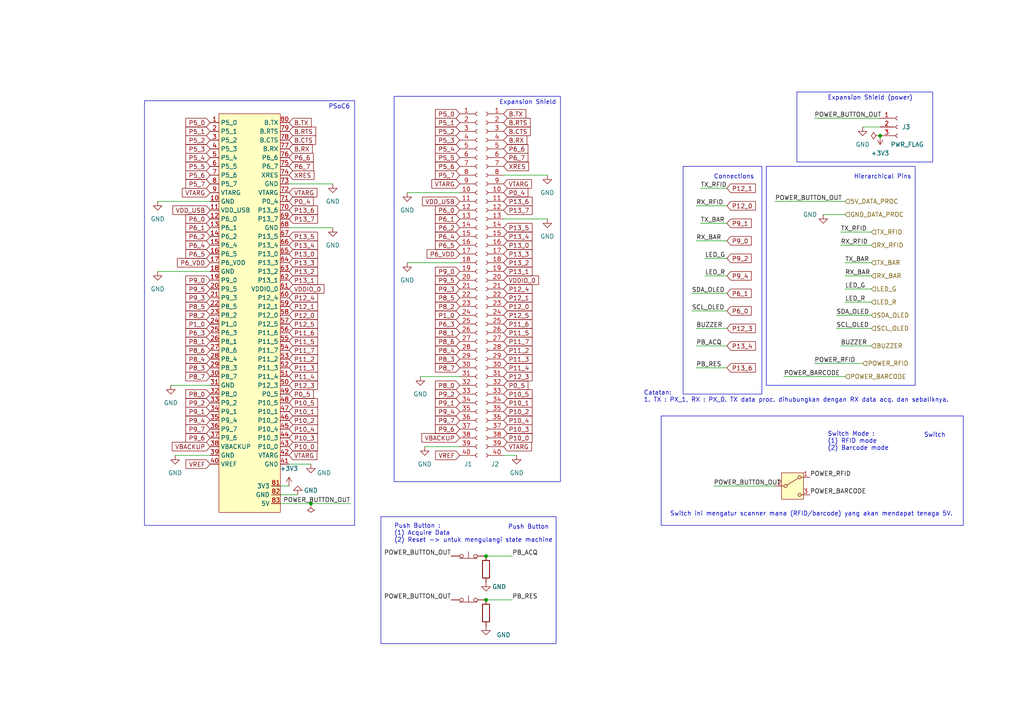
<source format=kicad_sch>
(kicad_sch (version 20230121) (generator eeschema)
  (paper "A4")
  (title_block (title "PSoC (Processing Unit)") (date "2024-02-28") (rev "1.4") (company "Institut Teknologi Bandung") (comment 1 "Bostang Palaguna") (comment 2 "Designed By:"))
  (lib_symbols
    (symbol "Connector:Conn_01x03_Socket" (pin_names (offset 1.016) hide)
      (property "Reference" "J" (at 0 5.08 0))
      (property "Value" "Conn_01x03_Socket" (at 0 -5.08 0))
      (symbol "Conn_01x03_Socket_1_1"
        (arc (start 0 -2.032) (mid -0.5058 -2.54) (end 0 -3.048) (stroke (width 0.1524)))
        (polyline (pts (xy -1.27 -2.54) (xy -0.508 -2.54)) (stroke (width 0.1524)))
        (polyline (pts (xy -1.27 0) (xy -0.508 0)) (stroke (width 0.1524)))
        (polyline (pts (xy -1.27 2.54) (xy -0.508 2.54)) (stroke (width 0.1524)))
        (arc (start 0 0.508) (mid -0.5058 0) (end 0 -0.508) (stroke (width 0.1524)))
        (arc (start 0 3.048) (mid -0.5058 2.54) (end 0 2.032) (stroke (width 0.1524)))
        (pin passive line (at -5.08 2.54 0) (length 3.81) (name "Pin_1") (number "1"))
        (pin passive line (at -5.08 0 0) (length 3.81) (name "Pin_2") (number "2"))
        (pin passive line (at -5.08 -2.54 0) (length 3.81) (name "Pin_3") (number "3"))
      )
    )
    (symbol "Connector:Conn_01x40_Socket" (pin_names (offset 1.016) hide)
      (property "Reference" "J" (at 0 50.8 0))
      (property "Value" "Conn_01x40_Socket" (at 0 -53.34 0))
      (symbol "Conn_01x40_Socket_1_1"
        (arc (start 0 -50.292) (mid -0.5058 -50.8) (end 0 -51.308) (stroke (width 0.1524)))
        (arc (start 0 -47.752) (mid -0.5058 -48.26) (end 0 -48.768) (stroke (width 0.1524)))
        (arc (start 0 -45.212) (mid -0.5058 -45.72) (end 0 -46.228) (stroke (width 0.1524)))
        (arc (start 0 -42.672) (mid -0.5058 -43.18) (end 0 -43.688) (stroke (width 0.1524)))
        (arc (start 0 -40.132) (mid -0.5058 -40.64) (end 0 -41.148) (stroke (width 0.1524)))
        (arc (start 0 -37.592) (mid -0.5058 -38.1) (end 0 -38.608) (stroke (width 0.1524)))
        (arc (start 0 -35.052) (mid -0.5058 -35.56) (end 0 -36.068) (stroke (width 0.1524)))
        (arc (start 0 -32.512) (mid -0.5058 -33.02) (end 0 -33.528) (stroke (width 0.1524)))
        (arc (start 0 -29.972) (mid -0.5058 -30.48) (end 0 -30.988) (stroke (width 0.1524)))
        (arc (start 0 -27.432) (mid -0.5058 -27.94) (end 0 -28.448) (stroke (width 0.1524)))
        (arc (start 0 -24.892) (mid -0.5058 -25.4) (end 0 -25.908) (stroke (width 0.1524)))
        (arc (start 0 -22.352) (mid -0.5058 -22.86) (end 0 -23.368) (stroke (width 0.1524)))
        (arc (start 0 -19.812) (mid -0.5058 -20.32) (end 0 -20.828) (stroke (width 0.1524)))
        (arc (start 0 -17.272) (mid -0.5058 -17.78) (end 0 -18.288) (stroke (width 0.1524)))
        (arc (start 0 -14.732) (mid -0.5058 -15.24) (end 0 -15.748) (stroke (width 0.1524)))
        (arc (start 0 -12.192) (mid -0.5058 -12.7) (end 0 -13.208) (stroke (width 0.1524)))
        (arc (start 0 -9.652) (mid -0.5058 -10.16) (end 0 -10.668) (stroke (width 0.1524)))
        (arc (start 0 -7.112) (mid -0.5058 -7.62) (end 0 -8.128) (stroke (width 0.1524)))
        (arc (start 0 -4.572) (mid -0.5058 -5.08) (end 0 -5.588) (stroke (width 0.1524)))
        (arc (start 0 -2.032) (mid -0.5058 -2.54) (end 0 -3.048) (stroke (width 0.1524)))
        (polyline (pts (xy -1.27 -50.8) (xy -0.508 -50.8)) (stroke (width 0.1524)))
        (polyline (pts (xy -1.27 -48.26) (xy -0.508 -48.26)) (stroke (width 0.1524)))
        (polyline (pts (xy -1.27 -45.72) (xy -0.508 -45.72)) (stroke (width 0.1524)))
        (polyline (pts (xy -1.27 -43.18) (xy -0.508 -43.18)) (stroke (width 0.1524)))
        (polyline (pts (xy -1.27 -40.64) (xy -0.508 -40.64)) (stroke (width 0.1524)))
        (polyline (pts (xy -1.27 -38.1) (xy -0.508 -38.1)) (stroke (width 0.1524)))
        (polyline (pts (xy -1.27 -35.56) (xy -0.508 -35.56)) (stroke (width 0.1524)))
        (polyline (pts (xy -1.27 -33.02) (xy -0.508 -33.02)) (stroke (width 0.1524)))
        (polyline (pts (xy -1.27 -30.48) (xy -0.508 -30.48)) (stroke (width 0.1524)))
        (polyline (pts (xy -1.27 -27.94) (xy -0.508 -27.94)) (stroke (width 0.1524)))
        (polyline (pts (xy -1.27 -25.4) (xy -0.508 -25.4)) (stroke (width 0.1524)))
        (polyline (pts (xy -1.27 -22.86) (xy -0.508 -22.86)) (stroke (width 0.1524)))
        (polyline (pts (xy -1.27 -20.32) (xy -0.508 -20.32)) (stroke (width 0.1524)))
        (polyline (pts (xy -1.27 -17.78) (xy -0.508 -17.78)) (stroke (width 0.1524)))
        (polyline (pts (xy -1.27 -15.24) (xy -0.508 -15.24)) (stroke (width 0.1524)))
        (polyline (pts (xy -1.27 -12.7) (xy -0.508 -12.7)) (stroke (width 0.1524)))
        (polyline (pts (xy -1.27 -10.16) (xy -0.508 -10.16)) (stroke (width 0.1524)))
        (polyline (pts (xy -1.27 -7.62) (xy -0.508 -7.62)) (stroke (width 0.1524)))
        (polyline (pts (xy -1.27 -5.08) (xy -0.508 -5.08)) (stroke (width 0.1524)))
        (polyline (pts (xy -1.27 -2.54) (xy -0.508 -2.54)) (stroke (width 0.1524)))
        (polyline (pts (xy -1.27 0) (xy -0.508 0)) (stroke (width 0.1524)))
        (polyline (pts (xy -1.27 2.54) (xy -0.508 2.54)) (stroke (width 0.1524)))
        (polyline (pts (xy -1.27 5.08) (xy -0.508 5.08)) (stroke (width 0.1524)))
        (polyline (pts (xy -1.27 7.62) (xy -0.508 7.62)) (stroke (width 0.1524)))
        (polyline (pts (xy -1.27 10.16) (xy -0.508 10.16)) (stroke (width 0.1524)))
        (polyline (pts (xy -1.27 12.7) (xy -0.508 12.7)) (stroke (width 0.1524)))
        (polyline (pts (xy -1.27 15.24) (xy -0.508 15.24)) (stroke (width 0.1524)))
        (polyline (pts (xy -1.27 17.78) (xy -0.508 17.78)) (stroke (width 0.1524)))
        (polyline (pts (xy -1.27 20.32) (xy -0.508 20.32)) (stroke (width 0.1524)))
        (polyline (pts (xy -1.27 22.86) (xy -0.508 22.86)) (stroke (width 0.1524)))
        (polyline (pts (xy -1.27 25.4) (xy -0.508 25.4)) (stroke (width 0.1524)))
        (polyline (pts (xy -1.27 27.94) (xy -0.508 27.94)) (stroke (width 0.1524)))
        (polyline (pts (xy -1.27 30.48) (xy -0.508 30.48)) (stroke (width 0.1524)))
        (polyline (pts (xy -1.27 33.02) (xy -0.508 33.02)) (stroke (width 0.1524)))
        (polyline (pts (xy -1.27 35.56) (xy -0.508 35.56)) (stroke (width 0.1524)))
        (polyline (pts (xy -1.27 38.1) (xy -0.508 38.1)) (stroke (width 0.1524)))
        (polyline (pts (xy -1.27 40.64) (xy -0.508 40.64)) (stroke (width 0.1524)))
        (polyline (pts (xy -1.27 43.18) (xy -0.508 43.18)) (stroke (width 0.1524)))
        (polyline (pts (xy -1.27 45.72) (xy -0.508 45.72)) (stroke (width 0.1524)))
        (polyline (pts (xy -1.27 48.26) (xy -0.508 48.26)) (stroke (width 0.1524)))
        (arc (start 0 0.508) (mid -0.5058 0) (end 0 -0.508) (stroke (width 0.1524)))
        (arc (start 0 3.048) (mid -0.5058 2.54) (end 0 2.032) (stroke (width 0.1524)))
        (arc (start 0 5.588) (mid -0.5058 5.08) (end 0 4.572) (stroke (width 0.1524)))
        (arc (start 0 8.128) (mid -0.5058 7.62) (end 0 7.112) (stroke (width 0.1524)))
        (arc (start 0 10.668) (mid -0.5058 10.16) (end 0 9.652) (stroke (width 0.1524)))
        (arc (start 0 13.208) (mid -0.5058 12.7) (end 0 12.192) (stroke (width 0.1524)))
        (arc (start 0 15.748) (mid -0.5058 15.24) (end 0 14.732) (stroke (width 0.1524)))
        (arc (start 0 18.288) (mid -0.5058 17.78) (end 0 17.272) (stroke (width 0.1524)))
        (arc (start 0 20.828) (mid -0.5058 20.32) (end 0 19.812) (stroke (width 0.1524)))
        (arc (start 0 23.368) (mid -0.5058 22.86) (end 0 22.352) (stroke (width 0.1524)))
        (arc (start 0 25.908) (mid -0.5058 25.4) (end 0 24.892) (stroke (width 0.1524)))
        (arc (start 0 28.448) (mid -0.5058 27.94) (end 0 27.432) (stroke (width 0.1524)))
        (arc (start 0 30.988) (mid -0.5058 30.48) (end 0 29.972) (stroke (width 0.1524)))
        (arc (start 0 33.528) (mid -0.5058 33.02) (end 0 32.512) (stroke (width 0.1524)))
        (arc (start 0 36.068) (mid -0.5058 35.56) (end 0 35.052) (stroke (width 0.1524)))
        (arc (start 0 38.608) (mid -0.5058 38.1) (end 0 37.592) (stroke (width 0.1524)))
        (arc (start 0 41.148) (mid -0.5058 40.64) (end 0 40.132) (stroke (width 0.1524)))
        (arc (start 0 43.688) (mid -0.5058 43.18) (end 0 42.672) (stroke (width 0.1524)))
        (arc (start 0 46.228) (mid -0.5058 45.72) (end 0 45.212) (stroke (width 0.1524)))
        (arc (start 0 48.768) (mid -0.5058 48.26) (end 0 47.752) (stroke (width 0.1524)))
        (pin passive line (at -5.08 48.26 0) (length 3.81) (name "Pin_1") (number "1"))
        (pin passive line (at -5.08 25.4 0) (length 3.81) (name "Pin_10") (number "10"))
        (pin passive line (at -5.08 22.86 0) (length 3.81) (name "Pin_11") (number "11"))
        (pin passive line (at -5.08 20.32 0) (length 3.81) (name "Pin_12") (number "12"))
        (pin passive line (at -5.08 17.78 0) (length 3.81) (name "Pin_13") (number "13"))
        (pin passive line (at -5.08 15.24 0) (length 3.81) (name "Pin_14") (number "14"))
        (pin passive line (at -5.08 12.7 0) (length 3.81) (name "Pin_15") (number "15"))
        (pin passive line (at -5.08 10.16 0) (length 3.81) (name "Pin_16") (number "16"))
        (pin passive line (at -5.08 7.62 0) (length 3.81) (name "Pin_17") (number "17"))
        (pin passive line (at -5.08 5.08 0) (length 3.81) (name "Pin_18") (number "18"))
        (pin passive line (at -5.08 2.54 0) (length 3.81) (name "Pin_19") (number "19"))
        (pin passive line (at -5.08 45.72 0) (length 3.81) (name "Pin_2") (number "2"))
        (pin passive line (at -5.08 0 0) (length 3.81) (name "Pin_20") (number "20"))
        (pin passive line (at -5.08 -2.54 0) (length 3.81) (name "Pin_21") (number "21"))
        (pin passive line (at -5.08 -5.08 0) (length 3.81) (name "Pin_22") (number "22"))
        (pin passive line (at -5.08 -7.62 0) (length 3.81) (name "Pin_23") (number "23"))
        (pin passive line (at -5.08 -10.16 0) (length 3.81) (name "Pin_24") (number "24"))
        (pin passive line (at -5.08 -12.7 0) (length 3.81) (name "Pin_25") (number "25"))
        (pin passive line (at -5.08 -15.24 0) (length 3.81) (name "Pin_26") (number "26"))
        (pin passive line (at -5.08 -17.78 0) (length 3.81) (name "Pin_27") (number "27"))
        (pin passive line (at -5.08 -20.32 0) (length 3.81) (name "Pin_28") (number "28"))
        (pin passive line (at -5.08 -22.86 0) (length 3.81) (name "Pin_29") (number "29"))
        (pin passive line (at -5.08 43.18 0) (length 3.81) (name "Pin_3") (number "3"))
        (pin passive line (at -5.08 -25.4 0) (length 3.81) (name "Pin_30") (number "30"))
        (pin passive line (at -5.08 -27.94 0) (length 3.81) (name "Pin_31") (number "31"))
        (pin passive line (at -5.08 -30.48 0) (length 3.81) (name "Pin_32") (number "32"))
        (pin passive line (at -5.08 -33.02 0) (length 3.81) (name "Pin_33") (number "33"))
        (pin passive line (at -5.08 -35.56 0) (length 3.81) (name "Pin_34") (number "34"))
        (pin passive line (at -5.08 -38.1 0) (length 3.81) (name "Pin_35") (number "35"))
        (pin passive line (at -5.08 -40.64 0) (length 3.81) (name "Pin_36") (number "36"))
        (pin passive line (at -5.08 -43.18 0) (length 3.81) (name "Pin_37") (number "37"))
        (pin passive line (at -5.08 -45.72 0) (length 3.81) (name "Pin_38") (number "38"))
        (pin passive line (at -5.08 -48.26 0) (length 3.81) (name "Pin_39") (number "39"))
        (pin passive line (at -5.08 40.64 0) (length 3.81) (name "Pin_4") (number "4"))
        (pin passive line (at -5.08 -50.8 0) (length 3.81) (name "Pin_40") (number "40"))
        (pin passive line (at -5.08 38.1 0) (length 3.81) (name "Pin_5") (number "5"))
        (pin passive line (at -5.08 35.56 0) (length 3.81) (name "Pin_6") (number "6"))
        (pin passive line (at -5.08 33.02 0) (length 3.81) (name "Pin_7") (number "7"))
        (pin passive line (at -5.08 30.48 0) (length 3.81) (name "Pin_8") (number "8"))
        (pin passive line (at -5.08 27.94 0) (length 3.81) (name "Pin_9") (number "9"))
      )
    )
    (symbol "Device:R" (pin_numbers hide) (pin_names (offset 0))
      (property "Reference" "R" (at 2.032 0 90))
      (property "Value" "R" (at 0 0 90))
      (symbol "R_0_1"
        (rectangle (start -1.016 -2.54) (end 1.016 2.54) (stroke (width 0.254)))
      )
      (symbol "R_1_1"
        (pin passive line (at 0 3.81 270) (length 1.27) (name "~") (number "1"))
        (pin passive line (at 0 -3.81 90) (length 1.27) (name "~") (number "2"))
      )
    )
    (symbol "Switch:SW_Push_Open" (pin_numbers hide) (pin_names (offset 1.016) hide)
      (property "Reference" "SW" (at 0 2.54 0))
      (property "Value" "SW_Push_Open" (at 0 -1.905 0))
      (symbol "SW_Push_Open_0_1"
        (circle (center -2.032 0) (radius 0.508))
        (polyline (pts (xy -2.54 -0.635) (xy 2.54 -0.635)))
        (polyline (pts (xy 0 -0.635) (xy 0 1.27)))
        (circle (center 2.032 0) (radius 0.508))
        (pin passive line (at -5.08 0 0) (length 2.54) (name "A") (number "1"))
      )
      (symbol "SW_Push_Open_1_1"
        (pin passive line (at 5.08 0 180) (length 2.54) (name "B") (number "2"))
      )
    )
    (symbol "Switch:SW_SPDT" (pin_names (offset 0) hide)
      (property "Reference" "SW" (at 0 5.08 0))
      (property "Value" "SW_SPDT" (at 0 -5.08 0))
      (symbol "SW_SPDT_0_1"
        (circle (center -2.032 0) (radius 0.4572))
        (polyline (pts (xy -1.651 0.254) (xy 1.651 2.286)))
        (circle (center 2.032 -2.54) (radius 0.4572))
        (circle (center 2.032 2.54) (radius 0.4572))
      )
      (symbol "SW_SPDT_1_1"
        (rectangle (start -3.175 3.81) (end 3.175 -3.81) (fill (type background)))
        (pin passive line (at 5.08 2.54 180) (length 2.54) (name "A") (number "1"))
        (pin passive line (at -5.08 0 0) (length 2.54) (name "B") (number "2"))
        (pin passive line (at 5.08 -2.54 180) (length 2.54) (name "C") (number "3"))
      )
    )
    (symbol "WMS_components:CY8CPROTO-062-4343W"
      (property "Reference" "U" (at 1.27 52.07 0))
      (symbol "CY8CPROTO-062-4343W_1_1"
        (rectangle (start -8.89 49.53) (end 8.89 -66.04) (fill (type background)))
        (pin bidirectional line (at -11.43 46.99 0) (length 2.54) (name "P5_0") (number "1"))
        (pin bidirectional line (at -11.43 24.13 0) (length 2.54) (name "GND") (number "10"))
        (pin bidirectional line (at -11.43 21.59 0) (length 2.54) (name "VDD_USB") (number "11"))
        (pin bidirectional line (at -11.43 19.05 0) (length 2.54) (name "P6_0") (number "12"))
        (pin bidirectional line (at -11.43 16.51 0) (length 2.54) (name "P6_1") (number "13"))
        (pin bidirectional line (at -11.43 13.97 0) (length 2.54) (name "P6_2") (number "14"))
        (pin bidirectional line (at -11.43 11.43 0) (length 2.54) (name "P6_4") (number "15"))
        (pin bidirectional line (at -11.43 8.89 0) (length 2.54) (name "P6_5") (number "16"))
        (pin bidirectional line (at -11.43 6.35 0) (length 2.54) (name "P6_VDD") (number "17"))
        (pin bidirectional line (at -11.43 3.81 0) (length 2.54) (name "GND") (number "18"))
        (pin bidirectional line (at -11.43 1.27 0) (length 2.54) (name "P9_0") (number "19"))
        (pin bidirectional line (at -11.43 44.45 0) (length 2.54) (name "P5_1") (number "2"))
        (pin bidirectional line (at -11.43 -1.27 0) (length 2.54) (name "P9_5") (number "20"))
        (pin bidirectional line (at -11.43 -3.81 0) (length 2.54) (name "P9_3") (number "21"))
        (pin bidirectional line (at -11.43 -6.35 0) (length 2.54) (name "P8_5") (number "22"))
        (pin bidirectional line (at -11.43 -8.89 0) (length 2.54) (name "P8_2") (number "23"))
        (pin bidirectional line (at -11.43 -11.43 0) (length 2.54) (name "P1_0") (number "24"))
        (pin bidirectional line (at -11.43 -13.97 0) (length 2.54) (name "P6_3") (number "25"))
        (pin bidirectional line (at -11.43 -16.51 0) (length 2.54) (name "P8_1") (number "26"))
        (pin bidirectional line (at -11.43 -19.05 0) (length 2.54) (name "P8_6") (number "27"))
        (pin bidirectional line (at -11.43 -21.59 0) (length 2.54) (name "P8_4") (number "28"))
        (pin bidirectional line (at -11.43 -24.13 0) (length 2.54) (name "P8_3") (number "29"))
        (pin bidirectional line (at -11.43 41.91 0) (length 2.54) (name "P5_2") (number "3"))
        (pin bidirectional line (at -11.43 -26.67 0) (length 2.54) (name "P8_7") (number "30"))
        (pin bidirectional line (at -11.43 -29.21 0) (length 2.54) (name "GND") (number "31"))
        (pin bidirectional line (at -11.43 -31.75 0) (length 2.54) (name "P8_0") (number "32"))
        (pin bidirectional line (at -11.43 -34.29 0) (length 2.54) (name "P9_2") (number "33"))
        (pin bidirectional line (at -11.43 -36.83 0) (length 2.54) (name "P9_1") (number "34"))
        (pin bidirectional line (at -11.43 -39.37 0) (length 2.54) (name "P9_4") (number "35"))
        (pin bidirectional line (at -11.43 -41.91 0) (length 2.54) (name "P9_7") (number "36"))
        (pin bidirectional line (at -11.43 -44.45 0) (length 2.54) (name "P9_6") (number "37"))
        (pin bidirectional line (at -11.43 -46.99 0) (length 2.54) (name "VBACKUP") (number "38"))
        (pin bidirectional line (at -11.43 -49.53 0) (length 2.54) (name "GND") (number "39"))
        (pin bidirectional line (at -11.43 39.37 0) (length 2.54) (name "P5_3") (number "4"))
        (pin bidirectional line (at -11.43 -52.07 0) (length 2.54) (name "VREF") (number "40"))
        (pin bidirectional line (at 11.43 -52.07 180) (length 2.54) (name "GND") (number "41"))
        (pin bidirectional line (at 11.43 -49.53 180) (length 2.54) (name "VTARG") (number "42"))
        (pin bidirectional line (at 11.43 -46.99 180) (length 2.54) (name "P10_0") (number "43"))
        (pin bidirectional line (at 11.43 -44.45 180) (length 2.54) (name "P10_3") (number "44"))
        (pin bidirectional line (at 11.43 -41.91 180) (length 2.54) (name "P10_4") (number "45"))
        (pin bidirectional line (at 11.43 -39.37 180) (length 2.54) (name "P10_2") (number "46"))
        (pin bidirectional line (at 11.43 -36.83 180) (length 2.54) (name "P10_1") (number "47"))
        (pin bidirectional line (at 11.43 -34.29 180) (length 2.54) (name "P10_5") (number "48"))
        (pin bidirectional line (at 11.43 -31.75 180) (length 2.54) (name "P0_5") (number "49"))
        (pin bidirectional line (at -11.43 36.83 0) (length 2.54) (name "P5_4") (number "5"))
        (pin bidirectional line (at 11.43 -29.21 180) (length 2.54) (name "P12_3") (number "50"))
        (pin bidirectional line (at 11.43 -26.67 180) (length 2.54) (name "P11_4") (number "51"))
        (pin bidirectional line (at 11.43 -24.13 180) (length 2.54) (name "P11_3") (number "52"))
        (pin bidirectional line (at 11.43 -21.59 180) (length 2.54) (name "P11_2") (number "53"))
        (pin bidirectional line (at 11.43 -19.05 180) (length 2.54) (name "P11_7") (number "54"))
        (pin bidirectional line (at 11.43 -16.51 180) (length 2.54) (name "P11_5") (number "55"))
        (pin bidirectional line (at 11.43 -13.97 180) (length 2.54) (name "P11_6") (number "56"))
        (pin bidirectional line (at 11.43 -11.43 180) (length 2.54) (name "P12_5") (number "57"))
        (pin bidirectional line (at 11.43 -8.89 180) (length 2.54) (name "P12_0") (number "58"))
        (pin bidirectional line (at 11.43 -6.35 180) (length 2.54) (name "P12_1") (number "59"))
        (pin bidirectional line (at -11.43 34.29 0) (length 2.54) (name "P5_5") (number "6"))
        (pin bidirectional line (at 11.43 -3.81 180) (length 2.54) (name "P12_4") (number "60"))
        (pin bidirectional line (at 11.43 -1.27 180) (length 2.54) (name "VDDIO_0") (number "61"))
        (pin bidirectional line (at 11.43 1.27 180) (length 2.54) (name "P13_1") (number "62"))
        (pin bidirectional line (at 11.43 3.81 180) (length 2.54) (name "P13_2") (number "63"))
        (pin bidirectional line (at 11.43 6.35 180) (length 2.54) (name "P13_3") (number "64"))
        (pin bidirectional line (at 11.43 8.89 180) (length 2.54) (name "P13_0") (number "65"))
        (pin bidirectional line (at 11.43 11.43 180) (length 2.54) (name "P13_4") (number "66"))
        (pin bidirectional line (at 11.43 13.97 180) (length 2.54) (name "P13_5") (number "67"))
        (pin bidirectional line (at 11.43 16.51 180) (length 2.54) (name "GND") (number "68"))
        (pin bidirectional line (at 11.43 19.05 180) (length 2.54) (name "P13_7") (number "69"))
        (pin bidirectional line (at -11.43 31.75 0) (length 2.54) (name "P5_6") (number "7"))
        (pin bidirectional line (at 11.43 21.59 180) (length 2.54) (name "P13_6") (number "70"))
        (pin bidirectional line (at 11.43 24.13 180) (length 2.54) (name "P0_4") (number "71"))
        (pin bidirectional line (at 11.43 26.67 180) (length 2.54) (name "VTARG") (number "72"))
        (pin bidirectional line (at 11.43 29.21 180) (length 2.54) (name "GND") (number "73"))
        (pin bidirectional line (at 11.43 31.75 180) (length 2.54) (name "XRES") (number "74"))
        (pin bidirectional line (at 11.43 34.29 180) (length 2.54) (name "P6_7") (number "75"))
        (pin bidirectional line (at 11.43 36.83 180) (length 2.54) (name "P6_6") (number "76"))
        (pin bidirectional line (at 11.43 39.37 180) (length 2.54) (name "B.RX") (number "77"))
        (pin bidirectional line (at 11.43 41.91 180) (length 2.54) (name "B.CTS") (number "78"))
        (pin bidirectional line (at 11.43 44.45 180) (length 2.54) (name "B.RTS") (number "79"))
        (pin bidirectional line (at -11.43 29.21 0) (length 2.54) (name "P5_7") (number "8"))
        (pin bidirectional line (at 11.43 46.99 180) (length 2.54) (name "B.TX") (number "80"))
        (pin power_in line (at 8.89 -58.42 180) (length 2.54) (name "3V3") (number "81"))
        (pin bidirectional line (at 8.89 -60.96 180) (length 2.54) (name "GND") (number "82"))
        (pin power_in line (at 8.89 -63.5 180) (length 2.54) (name "5V") (number "83"))
        (pin bidirectional line (at -11.43 26.67 0) (length 2.54) (name "VTARG") (number "9"))
      )
    )
    (symbol "power:+3V3" (power) (pin_names (offset 0))
      (property "Value" "+3V3" (at 0 3.556 0))
      (symbol "+3V3_0_1"
        (polyline (pts (xy -0.762 1.27) (xy 0 2.54)))
        (polyline (pts (xy 0 0) (xy 0 2.54)))
        (polyline (pts (xy 0 2.54) (xy 0.762 1.27)))
      )
      (symbol "+3V3_1_1"
        (pin power_in line (at 0 0 90) (length 0) hide (name "+3V3") (number "1"))
      )
    )
    (symbol "power:GND" (power) (pin_names (offset 0))
      (property "Value" "GND" (at 0 -3.81 0))
      (symbol "GND_0_1"
        (polyline (pts (xy 0 0) (xy 0 -1.27) (xy 1.27 -1.27) (xy 0 -2.54) (xy -1.27 -1.27) (xy 0 -1.27)))
      )
      (symbol "GND_1_1"
        (pin power_in line (at 0 0 270) (length 0) hide (name "GND") (number "1"))
      )
    )
    (symbol "power:PWR_FLAG" (power) (pin_numbers hide) (pin_names (offset 0) hide)
      (property "Value" "PWR_FLAG" (at 0 3.81 0))
      (symbol "PWR_FLAG_0_0"
        (pin power_out line (at 0 0 90) (length 0) (name "pwr") (number "1"))
      )
      (symbol "PWR_FLAG_0_1"
        (polyline (pts (xy 0 0) (xy 0 1.27) (xy -1.016 1.905) (xy 0 2.54) (xy 1.016 1.905) (xy 0 1.27)))
      )
    )
  )
  (junction (at 255.27 39.37))
  (junction (at 140.97 161.29))
  (junction (at 140.97 173.99))
  (junction (at 90.17 146.05))
  (wire (pts (xy 200.66 90.17) (xy 210.82 90.17)))
  (wire (pts (xy 207.01 140.97) (xy 224.79 140.97)))
  (wire (pts (xy 121.92 109.22) (xy 133.35 109.22)))
  (wire (pts (xy 96.52 53.34) (xy 83.82 53.34)))
  (wire (pts (xy 90.17 134.62) (xy 83.82 134.62)))
  (wire (pts (xy 148.59 173.99) (xy 140.97 173.99)))
  (wire (pts (xy 250.19 36.83) (xy 255.27 36.83)))
  (wire (pts (xy 224.79 58.42) (xy 245.11 58.42)))
  (wire (pts (xy 238.76 62.23) (xy 245.11 62.23)))
  (wire (pts (xy 203.2 64.77) (xy 210.82 64.77)))
  (wire (pts (xy 203.2 54.61) (xy 210.82 54.61)))
  (wire (pts (xy 236.22 34.29) (xy 255.27 34.29)))
  (wire (pts (xy 245.11 83.82) (xy 252.73 83.82)))
  (wire (pts (xy 86.36 143.51) (xy 81.28 143.51)))
  (wire (pts (xy 245.11 76.2) (xy 252.73 76.2)))
  (wire (pts (xy 243.84 67.31) (xy 252.73 67.31)))
  (wire (pts (xy 123.19 129.54) (xy 133.35 129.54)))
  (wire (pts (xy 118.11 76.2) (xy 133.35 76.2)))
  (wire (pts (xy 148.59 161.29) (xy 140.97 161.29)))
  (wire (pts (xy 242.57 95.25) (xy 252.73 95.25)))
  (wire (pts (xy 243.84 100.33) (xy 252.73 100.33)))
  (wire (pts (xy 45.72 58.42) (xy 60.96 58.42)))
  (wire (pts (xy 96.52 66.04) (xy 83.82 66.04)))
  (wire (pts (xy 118.11 55.88) (xy 133.35 55.88)))
  (wire (pts (xy 245.11 87.63) (xy 252.73 87.63)))
  (wire (pts (xy 50.8 132.08) (xy 60.96 132.08)))
  (wire (pts (xy 45.72 78.74) (xy 60.96 78.74)))
  (wire (pts (xy 49.53 111.76) (xy 60.96 111.76)))
  (wire (pts (xy 204.47 74.93) (xy 210.82 74.93)))
  (wire (pts (xy 158.75 50.8) (xy 146.05 50.8)))
  (wire (pts (xy 245.11 80.01) (xy 252.73 80.01)))
  (wire (pts (xy 90.17 146.05) (xy 81.28 146.05)))
  (wire (pts (xy 83.82 140.97) (xy 81.28 140.97)))
  (wire (pts (xy 204.47 80.01) (xy 210.82 80.01)))
  (wire (pts (xy 201.93 95.25) (xy 210.82 95.25)))
  (wire (pts (xy 158.75 63.5) (xy 146.05 63.5)))
  (wire (pts (xy 201.93 100.33) (xy 210.82 100.33)))
  (wire (pts (xy 149.86 132.08) (xy 146.05 132.08)))
  (wire (pts (xy 201.93 106.68) (xy 210.82 106.68)))
  (wire (pts (xy 201.93 59.69) (xy 210.82 59.69)))
  (wire (pts (xy 227.33 109.22) (xy 245.11 109.22)))
  (wire (pts (xy 236.22 105.41) (xy 250.19 105.41)))
  (wire (pts (xy 200.66 85.09) (xy 210.82 85.09)))
  (wire (pts (xy 242.57 91.44) (xy 252.73 91.44)))
  (wire (pts (xy 243.84 71.12) (xy 252.73 71.12)))
  (wire (pts (xy 101.6 146.05) (xy 90.17 146.05)))
  (wire (pts (xy 201.93 69.85) (xy 210.82 69.85)))
  (rectangle (start 231.14 26.67) (end 270.51 46.99))
  (rectangle (start 114.3 27.94) (end 162.56 139.7))
  (rectangle (start 191.77 120.65) (end 279.4 152.4))
  (rectangle (start 110.49 149.86) (end 161.29 186.69))
  (rectangle (start 198.12 48.26) (end 220.98 114.3))
  (rectangle (start 222.25 48.26) (end 265.43 111.76))
  (rectangle (start 41.91 29.21) (end 102.87 152.4))
  (text "PSoC6" (at 95.25 31.75 0) (effects (font (size 1.27 1.27)) (justify left bottom)))
  (text "Expansion Shield (power)" (at 240.03 29.21 0) (effects (font (size 1.27 1.27)) (justify left bottom)))
  (text "Push Button :\n(1) Acquire Data\n(2) Reset -> untuk mengulangi state machine" (at 114.3 157.48 0) (effects (font (size 1.27 1.27)) (justify left bottom)))
  (text "Switch" (at 267.97 127 0) (effects (font (size 1.27 1.27)) (justify left bottom)))
  (text "Connections" (at 207.01 52.07 0) (effects (font (size 1.27 1.27)) (justify left bottom)))
  (text "Expansion Shield" (at 144.78 30.48 0) (effects (font (size 1.27 1.27)) (justify left bottom)))
  (text "Hierarchical Pins" (at 247.65 52.07 0) (effects (font (size 1.27 1.27)) (justify left bottom)))
  (text "Switch ini mengatur scanner mana (RFID/barcode) yang akan mendapat tenaga 5V." (at 194.31 149.86 0) (effects (font (size 1.27 1.27)) (justify left bottom)))
  (text "Catatan:\n1. TX : PX_1, RX : PX_0. TX data proc. dihubungkan dengan RX data acq. dan sebaliknya." (at 186.69 116.84 0) (effects (font (size 1.27 1.27)) (justify left bottom)))
  (text "Switch Mode :\n(1) RFID mode\n(2) Barcode mode" (at 240.03 130.81 0) (effects (font (size 1.27 1.27)) (justify left bottom)))
  (text "Push Button" (at 147.32 153.67 0) (effects (font (size 1.27 1.27)) (justify left bottom)))
  (label "POWER_BUTTON_OUT" (at 101.6 146.05 180))
  (label "LED_R" (at 204.47 80.01 0))
  (label "TX_RFID" (at 243.84 67.31 0))
  (label "SDA_OLED" (at 200.66 85.09 0))
  (label "SDA_OLED" (at 242.57 91.44 0))
  (label "LED_G" (at 245.11 83.82 0))
  (label "POWER_BARCODE" (at 227.33 109.22 0))
  (label "PB_RES" (at 148.59 173.99 0))
  (label "RX_BAR" (at 245.11 80.01 0))
  (label "RX_RFID" (at 243.84 71.12 0))
  (label "PB_RES" (at 201.93 106.68 0))
  (label "POWER_BARCODE" (at 234.95 143.51 0))
  (label "POWER_BUTTON_OUT" (at 224.79 58.42 0))
  (label "RX_BAR" (at 201.93 69.85 0))
  (label "POWER_BUTTON_OUT" (at 236.22 34.29 0))
  (label "POWER_BUTTON_OUT" (at 130.81 161.29 180))
  (label "LED_G" (at 204.47 74.93 0))
  (label "POWER_RFID" (at 236.22 105.41 0))
  (label "PB_ACQ" (at 148.59 161.29 0))
  (label "RX_RFID" (at 201.93 59.69 0))
  (label "SCL_OLED" (at 242.57 95.25 0))
  (label "BUZZER" (at 201.93 95.25 0))
  (label "BUZZER" (at 243.84 100.33 0))
  (label "POWER_BUTTON_OUT" (at 207.01 140.97 0))
  (label "TX_RFID" (at 203.2 54.61 0))
  (label "TX_BAR" (at 203.2 64.77 0))
  (label "POWER_BUTTON_OUT" (at 130.81 173.99 180))
  (label "LED_R" (at 245.11 87.63 0))
  (label "TX_BAR" (at 245.11 76.2 0))
  (label "POWER_RFID" (at 234.95 138.43 0))
  (label "SCL_OLED" (at 200.66 90.17 0))
  (label "PB_ACQ" (at 201.93 100.33 0))
  (global_label "P13_5" (shape input) (at 146.05 66.04 0) (property "Intersheetrefs" "${INTERSHEET_REFS}" (effects hide)))
  (global_label "P10_1" (shape input) (at 146.05 116.84 0) (property "Intersheetrefs" "${INTERSHEET_REFS}" (effects hide)))
  (global_label "P11_5" (shape input) (at 83.82 99.06 0) (property "Intersheetrefs" "${INTERSHEET_REFS}" (effects hide)))
  (global_label "P8_7" (shape input) (at 60.96 109.22 180) (property "Intersheetrefs" "${INTERSHEET_REFS}" (effects hide)))
  (global_label "P6_1" (shape input) (at 210.82 85.09 0) (property "Intersheetrefs" "${INTERSHEET_REFS}" (effects hide)))
  (global_label "P5_6" (shape input) (at 133.35 48.26 180) (property "Intersheetrefs" "${INTERSHEET_REFS}" (effects hide)))
  (global_label "B.RTS" (shape input) (at 83.82 38.1 0) (property "Intersheetrefs" "${INTERSHEET_REFS}" (effects hide)))
  (global_label "P11_6" (shape input) (at 83.82 96.52 0) (property "Intersheetrefs" "${INTERSHEET_REFS}" (effects hide)))
  (global_label "P11_3" (shape input) (at 83.82 106.68 0) (property "Intersheetrefs" "${INTERSHEET_REFS}" (effects hide)))
  (global_label "VDD_USB" (shape input) (at 60.96 60.96 180) (property "Intersheetrefs" "${INTERSHEET_REFS}" (effects hide)))
  (global_label "P13_6" (shape input) (at 146.05 58.42 0) (property "Intersheetrefs" "${INTERSHEET_REFS}" (effects hide)))
  (global_label "P5_5" (shape input) (at 60.96 48.26 180) (property "Intersheetrefs" "${INTERSHEET_REFS}" (effects hide)))
  (global_label "P13_3" (shape input) (at 146.05 73.66 0) (property "Intersheetrefs" "${INTERSHEET_REFS}" (effects hide)))
  (global_label "P8_4" (shape input) (at 133.35 101.6 180) (property "Intersheetrefs" "${INTERSHEET_REFS}" (effects hide)))
  (global_label "P11_7" (shape input) (at 83.82 101.6 0) (property "Intersheetrefs" "${INTERSHEET_REFS}" (effects hide)))
  (global_label "VDDIO_0" (shape input) (at 83.82 83.82 0) (property "Intersheetrefs" "${INTERSHEET_REFS}" (effects hide)))
  (global_label "VTARG" (shape input) (at 60.96 55.88 180) (property "Intersheetrefs" "${INTERSHEET_REFS}" (effects hide)))
  (global_label "P10_0" (shape input) (at 146.05 127 0) (property "Intersheetrefs" "${INTERSHEET_REFS}" (effects hide)))
  (global_label "P9_7" (shape input) (at 133.35 121.92 180) (property "Intersheetrefs" "${INTERSHEET_REFS}" (effects hide)))
  (global_label "P9_6" (shape input) (at 133.35 124.46 180) (property "Intersheetrefs" "${INTERSHEET_REFS}" (effects hide)))
  (global_label "P13_7" (shape input) (at 146.05 60.96 0) (property "Intersheetrefs" "${INTERSHEET_REFS}" (effects hide)))
  (global_label "VTARG" (shape input) (at 146.05 53.34 0) (property "Intersheetrefs" "${INTERSHEET_REFS}" (effects hide)))
  (global_label "XRES" (shape input) (at 146.05 48.26 0) (property "Intersheetrefs" "${INTERSHEET_REFS}" (effects hide)))
  (global_label "P5_0" (shape input) (at 133.35 33.02 180) (property "Intersheetrefs" "${INTERSHEET_REFS}" (effects hide)))
  (global_label "P5_7" (shape input) (at 60.96 53.34 180) (property "Intersheetrefs" "${INTERSHEET_REFS}" (effects hide)))
  (global_label "P8_2" (shape input) (at 60.96 91.44 180) (property "Intersheetrefs" "${INTERSHEET_REFS}" (effects hide)))
  (global_label "P9_0" (shape input) (at 133.35 78.74 180) (property "Intersheetrefs" "${INTERSHEET_REFS}" (effects hide)))
  (global_label "P6_1" (shape input) (at 60.96 66.04 180) (property "Intersheetrefs" "${INTERSHEET_REFS}" (effects hide)))
  (global_label "P10_4" (shape input) (at 83.82 124.46 0) (property "Intersheetrefs" "${INTERSHEET_REFS}" (effects hide)))
  (global_label "P11_2" (shape input) (at 83.82 104.14 0) (property "Intersheetrefs" "${INTERSHEET_REFS}" (effects hide)))
  (global_label "P12_4" (shape input) (at 83.82 86.36 0) (property "Intersheetrefs" "${INTERSHEET_REFS}" (effects hide)))
  (global_label "P6_4" (shape input) (at 60.96 71.12 180) (property "Intersheetrefs" "${INTERSHEET_REFS}" (effects hide)))
  (global_label "P11_2" (shape input) (at 146.05 101.6 0) (property "Intersheetrefs" "${INTERSHEET_REFS}" (effects hide)))
  (global_label "B.CTS" (shape input) (at 83.82 40.64 0) (property "Intersheetrefs" "${INTERSHEET_REFS}" (effects hide)))
  (global_label "VBACKUP" (shape input) (at 60.96 129.54 180) (property "Intersheetrefs" "${INTERSHEET_REFS}" (effects hide)))
  (global_label "P12_3" (shape input) (at 83.82 111.76 0) (property "Intersheetrefs" "${INTERSHEET_REFS}" (effects hide)))
  (global_label "P9_3" (shape input) (at 133.35 83.82 180) (property "Intersheetrefs" "${INTERSHEET_REFS}" (effects hide)))
  (global_label "P6_6" (shape input) (at 146.05 43.18 0) (property "Intersheetrefs" "${INTERSHEET_REFS}" (effects hide)))
  (global_label "P8_0" (shape input) (at 60.96 114.3 180) (property "Intersheetrefs" "${INTERSHEET_REFS}" (effects hide)))
  (global_label "P11_6" (shape input) (at 146.05 93.98 0) (property "Intersheetrefs" "${INTERSHEET_REFS}" (effects hide)))
  (global_label "P13_6" (shape input) (at 210.82 106.68 0) (property "Intersheetrefs" "${INTERSHEET_REFS}" (effects hide)))
  (global_label "P6_0" (shape input) (at 133.35 60.96 180) (property "Intersheetrefs" "${INTERSHEET_REFS}" (effects hide)))
  (global_label "VREF" (shape input) (at 60.96 134.62 180) (property "Intersheetrefs" "${INTERSHEET_REFS}" (effects hide)))
  (global_label "P13_7" (shape input) (at 83.82 63.5 0) (property "Intersheetrefs" "${INTERSHEET_REFS}" (effects hide)))
  (global_label "P13_2" (shape input) (at 83.82 78.74 0) (property "Intersheetrefs" "${INTERSHEET_REFS}" (effects hide)))
  (global_label "P9_7" (shape input) (at 60.96 124.46 180) (property "Intersheetrefs" "${INTERSHEET_REFS}" (effects hide)))
  (global_label "P9_0" (shape input) (at 60.96 81.28 180) (property "Intersheetrefs" "${INTERSHEET_REFS}" (effects hide)))
  (global_label "P5_4" (shape input) (at 60.96 45.72 180) (property "Intersheetrefs" "${INTERSHEET_REFS}" (effects hide)))
  (global_label "P13_6" (shape input) (at 83.82 60.96 0) (property "Intersheetrefs" "${INTERSHEET_REFS}" (effects hide)))
  (global_label "B.RX" (shape input) (at 83.82 43.18 0) (property "Intersheetrefs" "${INTERSHEET_REFS}" (effects hide)))
  (global_label "P8_3" (shape input) (at 60.96 106.68 180) (property "Intersheetrefs" "${INTERSHEET_REFS}" (effects hide)))
  (global_label "P10_2" (shape input) (at 83.82 121.92 0) (property "Intersheetrefs" "${INTERSHEET_REFS}" (effects hide)))
  (global_label "P6_3" (shape input) (at 133.35 93.98 180) (property "Intersheetrefs" "${INTERSHEET_REFS}" (effects hide)))
  (global_label "P8_6" (shape input) (at 133.35 99.06 180) (property "Intersheetrefs" "${INTERSHEET_REFS}" (effects hide)))
  (global_label "VTARG" (shape input) (at 83.82 132.08 0) (property "Intersheetrefs" "${INTERSHEET_REFS}" (effects hide)))
  (global_label "P5_3" (shape input) (at 133.35 40.64 180) (property "Intersheetrefs" "${INTERSHEET_REFS}" (effects hide)))
  (global_label "B.CTS" (shape input) (at 146.05 38.1 0) (property "Intersheetrefs" "${INTERSHEET_REFS}" (effects hide)))
  (global_label "VDDIO_0" (shape input) (at 146.05 81.28 0) (property "Intersheetrefs" "${INTERSHEET_REFS}" (effects hide)))
  (global_label "P11_4" (shape input) (at 146.05 106.68 0) (property "Intersheetrefs" "${INTERSHEET_REFS}" (effects hide)))
  (global_label "P10_3" (shape input) (at 83.82 127 0) (property "Intersheetrefs" "${INTERSHEET_REFS}" (effects hide)))
  (global_label "VTARG" (shape input) (at 83.82 55.88 0) (property "Intersheetrefs" "${INTERSHEET_REFS}" (effects hide)))
  (global_label "P8_7" (shape input) (at 133.35 106.68 180) (property "Intersheetrefs" "${INTERSHEET_REFS}" (effects hide)))
  (global_label "P6_0" (shape input) (at 60.96 63.5 180) (property "Intersheetrefs" "${INTERSHEET_REFS}" (effects hide)))
  (global_label "P6_0" (shape input) (at 210.82 90.17 0) (property "Intersheetrefs" "${INTERSHEET_REFS}" (effects hide)))
  (global_label "P0_5" (shape input) (at 83.82 114.3 0) (property "Intersheetrefs" "${INTERSHEET_REFS}" (effects hide)))
  (global_label "P9_3" (shape input) (at 60.96 86.36 180) (property "Intersheetrefs" "${INTERSHEET_REFS}" (effects hide)))
  (global_label "VBACKUP" (shape input) (at 133.35 127 180) (property "Intersheetrefs" "${INTERSHEET_REFS}" (effects hide)))
  (global_label "P8_2" (shape input) (at 133.35 88.9 180) (property "Intersheetrefs" "${INTERSHEET_REFS}" (effects hide)))
  (global_label "P9_4" (shape input) (at 133.35 119.38 180) (property "Intersheetrefs" "${INTERSHEET_REFS}" (effects hide)))
  (global_label "P6_1" (shape input) (at 133.35 63.5 180) (property "Intersheetrefs" "${INTERSHEET_REFS}" (effects hide)))
  (global_label "P12_0" (shape input) (at 83.82 91.44 0) (property "Intersheetrefs" "${INTERSHEET_REFS}" (effects hide)))
  (global_label "P9_1" (shape input) (at 210.82 64.77 0) (property "Intersheetrefs" "${INTERSHEET_REFS}" (effects hide)))
  (global_label "P12_1" (shape input) (at 83.82 88.9 0) (property "Intersheetrefs" "${INTERSHEET_REFS}" (effects hide)))
  (global_label "P10_3" (shape input) (at 146.05 124.46 0) (property "Intersheetrefs" "${INTERSHEET_REFS}" (effects hide)))
  (global_label "P6_5" (shape input) (at 60.96 73.66 180) (property "Intersheetrefs" "${INTERSHEET_REFS}" (effects hide)))
  (global_label "P5_3" (shape input) (at 60.96 43.18 180) (property "Intersheetrefs" "${INTERSHEET_REFS}" (effects hide)))
  (global_label "P9_5" (shape input) (at 60.96 83.82 180) (property "Intersheetrefs" "${INTERSHEET_REFS}" (effects hide)))
  (global_label "P0_4" (shape input) (at 146.05 55.88 0) (property "Intersheetrefs" "${INTERSHEET_REFS}" (effects hide)))
  (global_label "P12_5" (shape input) (at 83.82 93.98 0) (property "Intersheetrefs" "${INTERSHEET_REFS}" (effects hide)))
  (global_label "P9_2" (shape input) (at 60.96 116.84 180) (property "Intersheetrefs" "${INTERSHEET_REFS}" (effects hide)))
  (global_label "P12_1" (shape input) (at 146.05 86.36 0) (property "Intersheetrefs" "${INTERSHEET_REFS}" (effects hide)))
  (global_label "P9_4" (shape input) (at 60.96 121.92 180) (property "Intersheetrefs" "${INTERSHEET_REFS}" (effects hide)))
  (global_label "P13_0" (shape input) (at 83.82 73.66 0) (property "Intersheetrefs" "${INTERSHEET_REFS}" (effects hide)))
  (global_label "P10_0" (shape input) (at 83.82 129.54 0) (property "Intersheetrefs" "${INTERSHEET_REFS}" (effects hide)))
  (global_label "P8_5" (shape input) (at 60.96 88.9 180) (property "Intersheetrefs" "${INTERSHEET_REFS}" (effects hide)))
  (global_label "P13_0" (shape input) (at 146.05 71.12 0) (property "Intersheetrefs" "${INTERSHEET_REFS}" (effects hide)))
  (global_label "P9_2" (shape input) (at 133.35 114.3 180) (property "Intersheetrefs" "${INTERSHEET_REFS}" (effects hide)))
  (global_label "P13_2" (shape input) (at 146.05 76.2 0) (property "Intersheetrefs" "${INTERSHEET_REFS}" (effects hide)))
  (global_label "P11_5" (shape input) (at 146.05 96.52 0) (property "Intersheetrefs" "${INTERSHEET_REFS}" (effects hide)))
  (global_label "P6_2" (shape input) (at 60.96 68.58 180) (property "Intersheetrefs" "${INTERSHEET_REFS}" (effects hide)))
  (global_label "B.RX" (shape input) (at 146.05 40.64 0) (property "Intersheetrefs" "${INTERSHEET_REFS}" (effects hide)))
  (global_label "P6_7" (shape input) (at 146.05 45.72 0) (property "Intersheetrefs" "${INTERSHEET_REFS}" (effects hide)))
  (global_label "P5_0" (shape input) (at 60.96 35.56 180) (property "Intersheetrefs" "${INTERSHEET_REFS}" (effects hide)))
  (global_label "P6_5" (shape input) (at 133.35 71.12 180) (property "Intersheetrefs" "${INTERSHEET_REFS}" (effects hide)))
  (global_label "P8_3" (shape input) (at 133.35 104.14 180) (property "Intersheetrefs" "${INTERSHEET_REFS}" (effects hide)))
  (global_label "VDD_USB" (shape input) (at 133.35 58.42 180) (property "Intersheetrefs" "${INTERSHEET_REFS}" (effects hide)))
  (global_label "P9_6" (shape input) (at 60.96 127 180) (property "Intersheetrefs" "${INTERSHEET_REFS}" (effects hide)))
  (global_label "P11_4" (shape input) (at 83.82 109.22 0) (property "Intersheetrefs" "${INTERSHEET_REFS}" (effects hide)))
  (global_label "VTARG" (shape input) (at 133.35 53.34 180) (property "Intersheetrefs" "${INTERSHEET_REFS}" (effects hide)))
  (global_label "P1_0" (shape input) (at 60.96 93.98 180) (property "Intersheetrefs" "${INTERSHEET_REFS}" (effects hide)))
  (global_label "P5_2" (shape input) (at 133.35 38.1 180) (property "Intersheetrefs" "${INTERSHEET_REFS}" (effects hide)))
  (global_label "P5_1" (shape input) (at 60.96 38.1 180) (property "Intersheetrefs" "${INTERSHEET_REFS}" (effects hide)))
  (global_label "P10_5" (shape input) (at 83.82 116.84 0) (property "Intersheetrefs" "${INTERSHEET_REFS}" (effects hide)))
  (global_label "P8_6" (shape input) (at 60.96 101.6 180) (property "Intersheetrefs" "${INTERSHEET_REFS}" (effects hide)))
  (global_label "XRES" (shape input) (at 83.82 50.8 0) (property "Intersheetrefs" "${INTERSHEET_REFS}" (effects hide)))
  (global_label "P9_1" (shape input) (at 60.96 119.38 180) (property "Intersheetrefs" "${INTERSHEET_REFS}" (effects hide)))
  (global_label "B.RTS" (shape input) (at 146.05 35.56 0) (property "Intersheetrefs" "${INTERSHEET_REFS}" (effects hide)))
  (global_label "P0_5" (shape input) (at 146.05 111.76 0) (property "Intersheetrefs" "${INTERSHEET_REFS}" (effects hide)))
  (global_label "P13_1" (shape input) (at 83.82 81.28 0) (property "Intersheetrefs" "${INTERSHEET_REFS}" (effects hide)))
  (global_label "P12_5" (shape input) (at 146.05 91.44 0) (property "Intersheetrefs" "${INTERSHEET_REFS}" (effects hide)))
  (global_label "P12_0" (shape input) (at 210.82 59.69 0) (property "Intersheetrefs" "${INTERSHEET_REFS}" (effects hide)))
  (global_label "P11_3" (shape input) (at 146.05 104.14 0) (property "Intersheetrefs" "${INTERSHEET_REFS}" (effects hide)))
  (global_label "P12_0" (shape input) (at 146.05 88.9 0) (property "Intersheetrefs" "${INTERSHEET_REFS}" (effects hide)))
  (global_label "P6_6" (shape input) (at 83.82 45.72 0) (property "Intersheetrefs" "${INTERSHEET_REFS}" (effects hide)))
  (global_label "P5_6" (shape input) (at 60.96 50.8 180) (property "Intersheetrefs" "${INTERSHEET_REFS}" (effects hide)))
  (global_label "P9_5" (shape input) (at 133.35 81.28 180) (property "Intersheetrefs" "${INTERSHEET_REFS}" (effects hide)))
  (global_label "P10_4" (shape input) (at 146.05 121.92 0) (property "Intersheetrefs" "${INTERSHEET_REFS}" (effects hide)))
  (global_label "VTARG" (shape input) (at 146.05 129.54 0) (property "Intersheetrefs" "${INTERSHEET_REFS}" (effects hide)))
  (global_label "P12_4" (shape input) (at 146.05 83.82 0) (property "Intersheetrefs" "${INTERSHEET_REFS}" (effects hide)))
  (global_label "P13_4" (shape input) (at 210.82 100.33 0) (property "Intersheetrefs" "${INTERSHEET_REFS}" (effects hide)))
  (global_label "P13_1" (shape input) (at 146.05 78.74 0) (property "Intersheetrefs" "${INTERSHEET_REFS}" (effects hide)))
  (global_label "B.TX" (shape input) (at 146.05 33.02 0) (property "Intersheetrefs" "${INTERSHEET_REFS}" (effects hide)))
  (global_label "P1_0" (shape input) (at 133.35 91.44 180) (property "Intersheetrefs" "${INTERSHEET_REFS}" (effects hide)))
  (global_label "P8_5" (shape input) (at 133.35 86.36 180) (property "Intersheetrefs" "${INTERSHEET_REFS}" (effects hide)))
  (global_label "P8_0" (shape input) (at 133.35 111.76 180) (property "Intersheetrefs" "${INTERSHEET_REFS}" (effects hide)))
  (global_label "P10_5" (shape input) (at 146.05 114.3 0) (property "Intersheetrefs" "${INTERSHEET_REFS}" (effects hide)))
  (global_label "P6_4" (shape input) (at 133.35 68.58 180) (property "Intersheetrefs" "${INTERSHEET_REFS}" (effects hide)))
  (global_label "VREF" (shape input) (at 133.35 132.08 180) (property "Intersheetrefs" "${INTERSHEET_REFS}" (effects hide)))
  (global_label "P8_4" (shape input) (at 60.96 104.14 180) (property "Intersheetrefs" "${INTERSHEET_REFS}" (effects hide)))
  (global_label "P11_7" (shape input) (at 146.05 99.06 0) (property "Intersheetrefs" "${INTERSHEET_REFS}" (effects hide)))
  (global_label "P5_5" (shape input) (at 133.35 45.72 180) (property "Intersheetrefs" "${INTERSHEET_REFS}" (effects hide)))
  (global_label "P8_1" (shape input) (at 133.35 96.52 180) (property "Intersheetrefs" "${INTERSHEET_REFS}" (effects hide)))
  (global_label "P10_1" (shape input) (at 83.82 119.38 0) (property "Intersheetrefs" "${INTERSHEET_REFS}" (effects hide)))
  (global_label "P12_3" (shape input) (at 146.05 109.22 0) (property "Intersheetrefs" "${INTERSHEET_REFS}" (effects hide)))
  (global_label "P9_4" (shape input) (at 210.82 80.01 0) (property "Intersheetrefs" "${INTERSHEET_REFS}" (effects hide)))
  (global_label "P13_4" (shape input) (at 83.82 71.12 0) (property "Intersheetrefs" "${INTERSHEET_REFS}" (effects hide)))
  (global_label "P13_5" (shape input) (at 83.82 68.58 0) (property "Intersheetrefs" "${INTERSHEET_REFS}" (effects hide)))
  (global_label "P8_1" (shape input) (at 60.96 99.06 180) (property "Intersheetrefs" "${INTERSHEET_REFS}" (effects hide)))
  (global_label "P6_7" (shape input) (at 83.82 48.26 0) (property "Intersheetrefs" "${INTERSHEET_REFS}" (effects hide)))
  (global_label "P6_VDD" (shape input) (at 60.96 76.2 180) (property "Intersheetrefs" "${INTERSHEET_REFS}" (effects hide)))
  (global_label "P5_1" (shape input) (at 133.35 35.56 180) (property "Intersheetrefs" "${INTERSHEET_REFS}" (effects hide)))
  (global_label "P10_2" (shape input) (at 146.05 119.38 0) (property "Intersheetrefs" "${INTERSHEET_REFS}" (effects hide)))
  (global_label "P12_1" (shape input) (at 210.82 54.61 0) (property "Intersheetrefs" "${INTERSHEET_REFS}" (effects hide)))
  (global_label "P5_7" (shape input) (at 133.35 50.8 180) (property "Intersheetrefs" "${INTERSHEET_REFS}" (effects hide)))
  (global_label "B.TX" (shape input) (at 83.82 35.56 0) (property "Intersheetrefs" "${INTERSHEET_REFS}" (effects hide)))
  (global_label "P9_0" (shape input) (at 210.82 69.85 0) (property "Intersheetrefs" "${INTERSHEET_REFS}" (effects hide)))
  (global_label "P0_4" (shape input) (at 83.82 58.42 0) (property "Intersheetrefs" "${INTERSHEET_REFS}" (effects hide)))
  (global_label "P13_4" (shape input) (at 146.05 68.58 0) (property "Intersheetrefs" "${INTERSHEET_REFS}" (effects hide)))
  (global_label "P6_2" (shape input) (at 133.35 66.04 180) (property "Intersheetrefs" "${INTERSHEET_REFS}" (effects hide)))
  (global_label "P6_VDD" (shape input) (at 133.35 73.66 180) (property "Intersheetrefs" "${INTERSHEET_REFS}" (effects hide)))
  (global_label "P5_2" (shape input) (at 60.96 40.64 180) (property "Intersheetrefs" "${INTERSHEET_REFS}" (effects hide)))
  (global_label "P13_3" (shape input) (at 83.82 76.2 0) (property "Intersheetrefs" "${INTERSHEET_REFS}" (effects hide)))
  (global_label "P9_1" (shape input) (at 133.35 116.84 180) (property "Intersheetrefs" "${INTERSHEET_REFS}" (effects hide)))
  (global_label "P6_3" (shape input) (at 60.96 96.52 180) (property "Intersheetrefs" "${INTERSHEET_REFS}" (effects hide)))
  (global_label "P12_3" (shape input) (at 210.82 95.25 0) (property "Intersheetrefs" "${INTERSHEET_REFS}" (effects hide)))
  (global_label "P9_2" (shape input) (at 210.82 74.93 0) (property "Intersheetrefs" "${INTERSHEET_REFS}" (effects hide)))
  (global_label "P5_4" (shape input) (at 133.35 43.18 180) (property "Intersheetrefs" "${INTERSHEET_REFS}" (effects hide)))
  (hierarchical_label "POWER_BARCODE" (shape input) (at 245.11 109.22 0))
  (hierarchical_label "SDA_OLED" (shape input) (at 252.73 91.44 0))
  (hierarchical_label "RX_BAR" (shape input) (at 252.73 80.01 0))
  (hierarchical_label "TX_BAR" (shape input) (at 252.73 76.2 0))
  (hierarchical_label "LED_R" (shape input) (at 252.73 87.63 0))
  (hierarchical_label "SCL_OLED" (shape input) (at 252.73 95.25 0))
  (hierarchical_label "TX_RFID" (shape input) (at 252.73 67.31 0))
  (hierarchical_label "LED_G" (shape input) (at 252.73 83.82 0))
  (hierarchical_label "POWER_RFID" (shape input) (at 250.19 105.41 0))
  (hierarchical_label "BUZZER" (shape input) (at 252.73 100.33 0))
  (hierarchical_label "GND_DATA_PROC" (shape input) (at 245.11 62.23 0))
  (hierarchical_label "5V_DATA_PROC" (shape input) (at 245.11 58.42 0))
  (hierarchical_label "RX_RFID" (shape input) (at 252.73 71.12 0))
  (symbol (lib_id "power:GND") (at 123.19 129.54 0) (unit 1)
    (property "Reference" "#PWR04" (effects hide))
    (property "Value" "GND" (at 123.19 134.62 0))
  )
  (symbol (lib_id "power:GND") (at 250.19 36.83 0) (unit 1)
    (property "Reference" "#PWR08" (effects hide))
    (property "Value" "GND" (at 250.19 41.91 0))
  )
  (symbol (lib_id "WMS_components:CY8CPROTO-062-4343W") (at 72.39 82.55 0) (unit 1)
    (property "Reference" "U6" (effects hide))
    (property "Footprint" "WMS_components:CY8CPROTO-062-4343W" (effects hide))
  )
  (symbol (lib_id "power:GND") (at 90.17 134.62 0) (unit 1)
    (property "Reference" "#PWR040" (effects hide))
    (property "Value" "GND" (at 93.98 137.16 0))
  )
  (symbol (lib_id "Device:R") (at 140.97 177.8 0) (unit 1)
    (property "Reference" "R4" (effects hide))
    (property "Value" "R" (effects hide))
    (property "Footprint" "Resistor_SMD:R_0805_2012Metric" (effects hide))
  )
  (symbol (lib_id "power:GND") (at 238.76 62.23 0) (unit 1)
    (property "Reference" "#PWR014" (effects hide))
    (property "Value" "GND" (at 234.95 62.23 0))
  )
  (symbol (lib_id "power:GND") (at 96.52 66.04 0) (unit 1)
    (property "Reference" "#PWR042" (effects hide))
    (property "Value" "GND" (at 96.52 71.12 0))
  )
  (symbol (lib_id "power:GND") (at 118.11 76.2 0) (unit 1)
    (property "Reference" "#PWR02" (effects hide))
    (property "Value" "GND" (at 118.11 81.28 0))
  )
  (symbol (lib_id "power:GND") (at 96.52 53.34 0) (unit 1)
    (property "Reference" "#PWR041" (effects hide))
    (property "Value" "GND" (at 96.52 58.42 0))
  )
  (symbol (lib_id "Switch:SW_SPDT") (at 229.87 140.97 0) (unit 1)
    (property "Reference" "SW4" (effects hide))
    (property "Value" "SW_SPDT" (effects hide))
    (property "Footprint" "Button_Switch_THT:SW_E-Switch_EG1224_SPDT_Angled" (effects hide))
  )
  (symbol (lib_id "power:GND") (at 121.92 109.22 0) (unit 1)
    (property "Reference" "#PWR03" (effects hide))
    (property "Value" "GND" (at 121.92 114.3 0))
  )
  (symbol (lib_id "power:PWR_FLAG") (at 90.17 146.05 180) (unit 1)
    (property "Reference" "#FLG06" (effects hide))
    (property "Value" "PWR_FLAG" (effects hide))
  )
  (symbol (lib_id "Connector:Conn_01x03_Socket") (at 260.35 36.83 0) (unit 1)
    (property "Reference" "J3" (at 261.62 36.83 0) (effects (justify left)))
    (property "Value" "Conn_01x03_Socket" (effects hide))
    (property "Footprint" "Connector_PinHeader_2.54mm:PinHeader_1x03_P2.54mm_Vertical" (effects hide))
  )
  (symbol (lib_id "power:GND") (at 50.8 132.08 0) (unit 1)
    (property "Reference" "#PWR039" (effects hide))
    (property "Value" "GND" (at 50.8 137.16 0))
  )
  (symbol (lib_id "Switch:SW_Push_Open") (at 135.89 161.29 0) (unit 1)
    (property "Reference" "SW1" (effects hide))
    (property "Value" "SW_Push_Open" (effects hide))
    (property "Footprint" "Button_Switch_THT:SW_PUSH_6mm_H9.5mm" (effects hide))
  )
  (symbol (lib_id "power:+3V3") (at 255.27 39.37 180) (unit 1)
    (property "Reference" "#PWR010" (effects hide))
    (property "Value" "+3V3" (at 255.27 44.45 0))
  )
  (symbol (lib_id "power:GND") (at 118.11 55.88 0) (unit 1)
    (property "Reference" "#PWR01" (effects hide))
    (property "Value" "GND" (at 118.11 60.96 0))
  )
  (symbol (lib_id "Device:R") (at 140.97 165.1 0) (unit 1)
    (property "Reference" "R3" (effects hide))
    (property "Value" "R" (effects hide))
    (property "Footprint" "Resistor_SMD:R_0805_2012Metric" (effects hide))
  )
  (symbol (lib_id "power:GND") (at 45.72 78.74 0) (unit 1)
    (property "Reference" "#PWR037" (effects hide))
    (property "Value" "GND" (at 45.72 83.82 0))
  )
  (symbol (lib_id "power:GND") (at 140.97 168.91 0) (unit 1)
    (property "Reference" "#PWR045" (effects hide))
    (property "Value" "GND" (at 144.78 170.18 0))
  )
  (symbol (lib_id "power:+3V3") (at 83.82 140.97 0) (unit 1)
    (property "Reference" "#PWR044" (effects hide))
    (property "Value" "+3V3" (at 83.82 135.89 0))
  )
  (symbol (lib_id "power:PWR_FLAG") (at 255.27 39.37 90) (unit 1)
    (property "Reference" "#FLG03" (effects hide))
    (property "Value" "PWR_FLAG" (at 267.97 41.91 90) (effects (justify left)))
  )
  (symbol (lib_id "power:GND") (at 86.36 143.51 180) (unit 1)
    (property "Reference" "#PWR043" (effects hide))
    (property "Value" "GND" (at 90.17 142.24 0))
  )
  (symbol (lib_id "Connector:Conn_01x40_Socket") (at 140.97 81.28 0) (mirror y) (unit 1)
    (property "Reference" "J2" (at 144.78 134.62 0) (effects (justify left)))
    (property "Value" "Conn_01x40_Socket" (effects hide))
    (property "Footprint" "Connector_PinHeader_2.54mm:PinHeader_1x40_P2.54mm_Vertical" (effects hide))
  )
  (symbol (lib_id "Connector:Conn_01x40_Socket") (at 138.43 81.28 0) (unit 1)
    (property "Reference" "J1" (at 134.62 134.62 0) (effects (justify left)))
    (property "Value" "Conn_01x40_Socket" (effects hide))
    (property "Footprint" "Connector_PinHeader_2.54mm:PinHeader_1x40_P2.54mm_Vertical" (effects hide))
  )
  (symbol (lib_id "power:GND") (at 45.72 58.42 0) (unit 1)
    (property "Reference" "#PWR036" (effects hide))
    (property "Value" "GND" (at 45.72 63.5 0))
  )
  (symbol (lib_id "power:GND") (at 149.86 132.08 0) (unit 1)
    (property "Reference" "#PWR05" (effects hide))
    (property "Value" "GND" (at 149.86 137.16 0))
  )
  (symbol (lib_id "Switch:SW_Push_Open") (at 135.89 173.99 0) (unit 1)
    (property "Reference" "SW3" (effects hide))
    (property "Value" "SW_Push_Open" (effects hide))
    (property "Footprint" "Button_Switch_THT:SW_PUSH_6mm_H9.5mm" (effects hide))
  )
  (symbol (lib_id "power:GND") (at 158.75 63.5 0) (unit 1)
    (property "Reference" "#PWR07" (effects hide))
    (property "Value" "GND" (at 158.75 68.58 0))
  )
  (symbol (lib_id "power:GND") (at 49.53 111.76 0) (unit 1)
    (property "Reference" "#PWR038" (effects hide))
    (property "Value" "GND" (at 49.53 116.84 0))
  )
  (symbol (lib_id "power:GND") (at 158.75 50.8 0) (unit 1)
    (property "Reference" "#PWR06" (effects hide))
    (property "Value" "GND" (at 158.75 55.88 0))
  )
  (symbol (lib_id "power:GND") (at 140.97 181.61 0) (unit 1)
    (property "Reference" "#PWR046" (effects hide))
    (property "Value" "GND" (at 146.05 184.15 0))
  )
)
</source>
